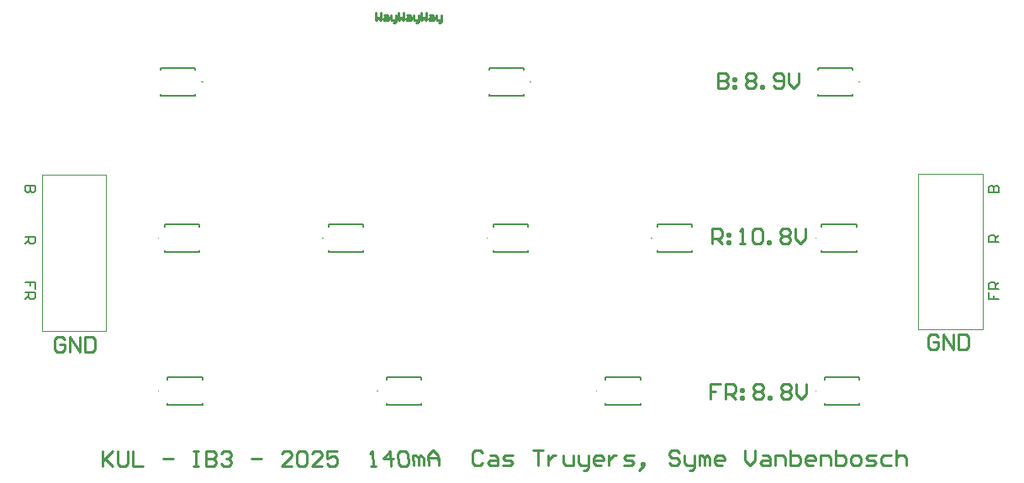
<source format=gto>
G04*
G04 #@! TF.GenerationSoftware,Altium Limited,Altium Designer,25.3.3 (18)*
G04*
G04 Layer_Color=65535*
%FSLAX44Y44*%
%MOMM*%
G71*
G04*
G04 #@! TF.SameCoordinates,1FD36998-6F79-4F76-A579-B8A6C8C858E4*
G04*
G04*
G04 #@! TF.FilePolarity,Positive*
G04*
G01*
G75*
%ADD10C,0.1000*%
%ADD11C,0.2000*%
%ADD12C,0.2540*%
D10*
X188596Y395000D02*
G03*
X189596Y395000I500J0D01*
G01*
D02*
G03*
X188596Y395000I-500J0D01*
G01*
X851416D02*
G03*
X850416Y395000I-500J0D01*
G01*
D02*
G03*
X851416Y395000I500J0D01*
G01*
X145630Y237160D02*
G03*
X144630Y237160I-500J0D01*
G01*
D02*
G03*
X145630Y237160I500J0D01*
G01*
Y83060D02*
G03*
X144630Y83060I-500J0D01*
G01*
D02*
G03*
X145630Y83060I500J0D01*
G01*
X311085Y237160D02*
G03*
X310085Y237160I-500J0D01*
G01*
D02*
G03*
X311085Y237160I500J0D01*
G01*
X366237Y83060D02*
G03*
X365237Y83060I-500J0D01*
G01*
D02*
G03*
X366237Y83060I500J0D01*
G01*
X519506Y395000D02*
G03*
X520506Y395000I500J0D01*
G01*
D02*
G03*
X519506Y395000I-500J0D01*
G01*
X476540Y237160D02*
G03*
X475540Y237160I-500J0D01*
G01*
D02*
G03*
X476540Y237160I500J0D01*
G01*
X586843Y83060D02*
G03*
X585843Y83060I-500J0D01*
G01*
D02*
G03*
X586843Y83060I500J0D01*
G01*
X641995Y237160D02*
G03*
X640995Y237160I-500J0D01*
G01*
D02*
G03*
X641995Y237160I500J0D01*
G01*
X807450D02*
G03*
X806450Y237160I-500J0D01*
G01*
D02*
G03*
X807450Y237160I500J0D01*
G01*
X807450Y83060D02*
G03*
X806450Y83060I-500J0D01*
G01*
D02*
G03*
X807450Y83060I500J0D01*
G01*
X27500Y144200D02*
X92500D01*
Y301200D01*
X27500D02*
X92500D01*
X27500Y144200D02*
Y301200D01*
X975000Y145500D02*
Y302500D01*
X910000Y145500D02*
X975000D01*
X910000D02*
Y302500D01*
X975000D01*
D11*
X147096Y407000D02*
Y409000D01*
X182096D01*
Y407000D02*
Y409000D01*
X147096Y381000D02*
Y383000D01*
Y381000D02*
X182096D01*
Y383000D01*
X843916Y381000D02*
Y383000D01*
X808916Y381000D02*
X843916D01*
X808916D02*
Y383000D01*
X843916Y407000D02*
Y409000D01*
X808916D02*
X843916D01*
X808916Y407000D02*
Y409000D01*
X186130Y249160D02*
Y251160D01*
X151130D02*
X186130D01*
X151130Y249160D02*
Y251160D01*
X186130Y223160D02*
Y225160D01*
X151130Y223160D02*
X186130D01*
X151130D02*
Y225160D01*
X189130Y69060D02*
Y71060D01*
X154130Y69060D02*
X189130D01*
X154130D02*
Y71060D01*
X189130Y95060D02*
Y97060D01*
X154130D02*
X189130D01*
X154130Y95060D02*
Y97060D01*
X351585Y249160D02*
Y251160D01*
X316585D02*
X351585D01*
X316585Y249160D02*
Y251160D01*
X351585Y223160D02*
Y225160D01*
X316585Y223160D02*
X351585D01*
X316585D02*
Y225160D01*
X409737Y69060D02*
Y71060D01*
X374737Y69060D02*
X409737D01*
X374737D02*
Y71060D01*
X409737Y95060D02*
Y97060D01*
X374737D02*
X409737D01*
X374737Y95060D02*
Y97060D01*
X478006Y407000D02*
Y409000D01*
X513006D01*
Y407000D02*
Y409000D01*
X478006Y381000D02*
Y383000D01*
Y381000D02*
X513006D01*
Y383000D01*
X517040Y249160D02*
Y251160D01*
X482040D02*
X517040D01*
X482040Y249160D02*
Y251160D01*
X517040Y223160D02*
Y225160D01*
X482040Y223160D02*
X517040D01*
X482040D02*
Y225160D01*
X630343Y69060D02*
Y71060D01*
X595343Y69060D02*
X630343D01*
X595343D02*
Y71060D01*
X630343Y95060D02*
Y97060D01*
X595343D02*
X630343D01*
X595343Y95060D02*
Y97060D01*
X682495Y249160D02*
Y251160D01*
X647495D02*
X682495D01*
X647495Y249160D02*
Y251160D01*
X682495Y223160D02*
Y225160D01*
X647495Y223160D02*
X682495D01*
X647495D02*
Y225160D01*
X847950Y249160D02*
Y251160D01*
X812950D02*
X847950D01*
X812950Y249160D02*
Y251160D01*
X847950Y223160D02*
Y225160D01*
X812950Y223160D02*
X847950D01*
X812950D02*
Y225160D01*
X850950Y69060D02*
Y71060D01*
X815950Y69060D02*
X850950D01*
X815950D02*
Y71060D01*
X850950Y95060D02*
Y97060D01*
X815950D02*
X850950D01*
X815950Y95060D02*
Y97060D01*
X20997Y290000D02*
X11000D01*
Y285002D01*
X12666Y283335D01*
X14332D01*
X15998Y285002D01*
Y290000D01*
Y285002D01*
X17665Y283335D01*
X19331D01*
X20997Y285002D01*
Y290000D01*
X11000Y239000D02*
X20997D01*
Y234002D01*
X19331Y232335D01*
X15998D01*
X14332Y234002D01*
Y239000D01*
Y235668D02*
X11000Y232335D01*
X20997Y186336D02*
Y193000D01*
X15998D01*
Y189668D01*
Y193000D01*
X11000D01*
Y183003D02*
X20997D01*
Y178005D01*
X19331Y176339D01*
X15998D01*
X14332Y178005D01*
Y183003D01*
Y179671D02*
X11000Y176339D01*
X981003Y182665D02*
Y176000D01*
X986002D01*
Y179332D01*
Y176000D01*
X991000D01*
Y185997D02*
X981003D01*
Y190995D01*
X982669Y192661D01*
X986002D01*
X987668Y190995D01*
Y185997D01*
Y189329D02*
X991000Y192661D01*
Y234000D02*
X981003D01*
Y238998D01*
X982669Y240665D01*
X986002D01*
X987668Y238998D01*
Y234000D01*
Y237332D02*
X991000Y240665D01*
X981003Y284000D02*
X991000D01*
Y288998D01*
X989334Y290665D01*
X987668D01*
X986002Y288998D01*
Y284000D01*
Y288998D01*
X984335Y290665D01*
X982669D01*
X981003Y288998D01*
Y284000D01*
D12*
X363540Y464697D02*
Y457079D01*
X366079Y459618D01*
X368618Y457079D01*
Y464697D01*
X372427Y462158D02*
X374966D01*
X376236Y460888D01*
Y457079D01*
X372427D01*
X371157Y458349D01*
X372427Y459618D01*
X376236D01*
X378775Y462158D02*
Y458349D01*
X380045Y457079D01*
X383853D01*
Y455810D01*
X382584Y454540D01*
X381314D01*
X383853Y457079D02*
Y462158D01*
X386393Y464697D02*
Y457079D01*
X388932Y459618D01*
X391471Y457079D01*
Y464697D01*
X395280Y462158D02*
X397819D01*
X399089Y460888D01*
Y457079D01*
X395280D01*
X394010Y458349D01*
X395280Y459618D01*
X399089D01*
X401628Y462158D02*
Y458349D01*
X402897Y457079D01*
X406706D01*
Y455810D01*
X405437Y454540D01*
X404167D01*
X406706Y457079D02*
Y462158D01*
X409245Y464697D02*
Y457079D01*
X411784Y459618D01*
X414324Y457079D01*
Y464697D01*
X418132Y462158D02*
X420672D01*
X421941Y460888D01*
Y457079D01*
X418132D01*
X416863Y458349D01*
X418132Y459618D01*
X421941D01*
X424480Y462158D02*
Y458349D01*
X425750Y457079D01*
X429559D01*
Y455810D01*
X428289Y454540D01*
X427020D01*
X429559Y457079D02*
Y462158D01*
X471697Y21314D02*
X469157Y23853D01*
X464079D01*
X461540Y21314D01*
Y11157D01*
X464079Y8618D01*
X469157D01*
X471697Y11157D01*
X479314Y18775D02*
X484393D01*
X486932Y16236D01*
Y8618D01*
X479314D01*
X476775Y11157D01*
X479314Y13697D01*
X486932D01*
X492010Y8618D02*
X499628D01*
X502167Y11157D01*
X499628Y13697D01*
X494549D01*
X492010Y16236D01*
X494549Y18775D01*
X502167D01*
X522480Y23853D02*
X532637D01*
X527559D01*
Y8618D01*
X537715Y18775D02*
Y8618D01*
Y13697D01*
X540255Y16236D01*
X542794Y18775D01*
X545333D01*
X552950D02*
Y11157D01*
X555490Y8618D01*
X563107D01*
Y18775D01*
X568186D02*
Y11157D01*
X570725Y8618D01*
X578342D01*
Y6079D01*
X575803Y3540D01*
X573264D01*
X578342Y8618D02*
Y18775D01*
X591038Y8618D02*
X585960D01*
X583421Y11157D01*
Y16236D01*
X585960Y18775D01*
X591038D01*
X593577Y16236D01*
Y13697D01*
X583421D01*
X598656Y18775D02*
Y8618D01*
Y13697D01*
X601195Y16236D01*
X603734Y18775D01*
X606273D01*
X613891Y8618D02*
X621508D01*
X624047Y11157D01*
X621508Y13697D01*
X616430D01*
X613891Y16236D01*
X616430Y18775D01*
X624047D01*
X631665Y6079D02*
X634204Y8618D01*
Y11157D01*
X631665D01*
Y8618D01*
X634204D01*
X631665Y6079D01*
X629126Y3540D01*
X669753Y21314D02*
X667214Y23853D01*
X662135D01*
X659596Y21314D01*
Y18775D01*
X662135Y16236D01*
X667214D01*
X669753Y13697D01*
Y11157D01*
X667214Y8618D01*
X662135D01*
X659596Y11157D01*
X674831Y18775D02*
Y11157D01*
X677370Y8618D01*
X684988D01*
Y6079D01*
X682449Y3540D01*
X679909D01*
X684988Y8618D02*
Y18775D01*
X690066Y8618D02*
Y18775D01*
X692605D01*
X695144Y16236D01*
Y8618D01*
Y16236D01*
X697684Y18775D01*
X700223Y16236D01*
Y8618D01*
X712919D02*
X707840D01*
X705301Y11157D01*
Y16236D01*
X707840Y18775D01*
X712919D01*
X715458Y16236D01*
Y13697D01*
X705301D01*
X735771Y23853D02*
Y13697D01*
X740850Y8618D01*
X745928Y13697D01*
Y23853D01*
X753546Y18775D02*
X758624D01*
X761163Y16236D01*
Y8618D01*
X753546D01*
X751006Y11157D01*
X753546Y13697D01*
X761163D01*
X766241Y8618D02*
Y18775D01*
X773859D01*
X776398Y16236D01*
Y8618D01*
X781477Y23853D02*
Y8618D01*
X789094D01*
X791633Y11157D01*
Y13697D01*
Y16236D01*
X789094Y18775D01*
X781477D01*
X804329Y8618D02*
X799251D01*
X796712Y11157D01*
Y16236D01*
X799251Y18775D01*
X804329D01*
X806868Y16236D01*
Y13697D01*
X796712D01*
X811947Y8618D02*
Y18775D01*
X819564D01*
X822103Y16236D01*
Y8618D01*
X827182Y23853D02*
Y8618D01*
X834799D01*
X837338Y11157D01*
Y13697D01*
Y16236D01*
X834799Y18775D01*
X827182D01*
X844956Y8618D02*
X850034D01*
X852573Y11157D01*
Y16236D01*
X850034Y18775D01*
X844956D01*
X842417Y16236D01*
Y11157D01*
X844956Y8618D01*
X857652D02*
X865269D01*
X867809Y11157D01*
X865269Y13697D01*
X860191D01*
X857652Y16236D01*
X860191Y18775D01*
X867809D01*
X883044D02*
X875426D01*
X872887Y16236D01*
Y11157D01*
X875426Y8618D01*
X883044D01*
X888122Y23853D02*
Y8618D01*
Y16236D01*
X890661Y18775D01*
X895740D01*
X898279Y16236D01*
Y8618D01*
X358512Y7568D02*
X363590Y7624D01*
X361051Y7596D01*
X360881Y22830D01*
X358371Y20263D01*
X378824Y7794D02*
X378655Y23028D01*
X371122Y15326D01*
X381278Y15439D01*
X386300Y20573D02*
X388811Y23141D01*
X393889Y23197D01*
X396456Y20686D01*
X396569Y10530D01*
X394058Y7963D01*
X388980Y7907D01*
X386413Y10417D01*
X386300Y20573D01*
X401675Y8048D02*
X401562Y18204D01*
X404101Y18232D01*
X406668Y15721D01*
X406753Y8104D01*
X406668Y15721D01*
X409179Y18288D01*
X411746Y15778D01*
X411831Y8160D01*
X416909Y8217D02*
X416796Y18373D01*
X421818Y23507D01*
X426952Y18486D01*
X427065Y8330D01*
X426981Y15947D01*
X416824Y15834D01*
X702540Y232040D02*
Y247275D01*
X710157D01*
X712697Y244736D01*
Y239657D01*
X710157Y237118D01*
X702540D01*
X707618D02*
X712697Y232040D01*
X717775Y242197D02*
X720314D01*
Y239657D01*
X717775D01*
Y242197D01*
Y234579D02*
X720314D01*
Y232040D01*
X717775D01*
Y234579D01*
X730471Y232040D02*
X735549D01*
X733010D01*
Y247275D01*
X730471Y244736D01*
X743167D02*
X745706Y247275D01*
X750784D01*
X753324Y244736D01*
Y234579D01*
X750784Y232040D01*
X745706D01*
X743167Y234579D01*
Y244736D01*
X758402Y232040D02*
Y234579D01*
X760941D01*
Y232040D01*
X758402D01*
X771098Y244736D02*
X773637Y247275D01*
X778715D01*
X781255Y244736D01*
Y242197D01*
X778715Y239657D01*
X781255Y237118D01*
Y234579D01*
X778715Y232040D01*
X773637D01*
X771098Y234579D01*
Y237118D01*
X773637Y239657D01*
X771098Y242197D01*
Y244736D01*
X773637Y239657D02*
X778715D01*
X786333Y247275D02*
Y237118D01*
X791411Y232040D01*
X796490Y237118D01*
Y247275D01*
X711427Y90775D02*
X701270D01*
Y83158D01*
X706349D01*
X701270D01*
Y75540D01*
X716506D02*
Y90775D01*
X724123D01*
X726662Y88236D01*
Y83158D01*
X724123Y80618D01*
X716506D01*
X721584D02*
X726662Y75540D01*
X731740Y85697D02*
X734280D01*
Y83158D01*
X731740D01*
Y85697D01*
Y78079D02*
X734280D01*
Y75540D01*
X731740D01*
Y78079D01*
X744436Y88236D02*
X746976Y90775D01*
X752054D01*
X754593Y88236D01*
Y85697D01*
X752054Y83158D01*
X754593Y80618D01*
Y78079D01*
X752054Y75540D01*
X746976D01*
X744436Y78079D01*
Y80618D01*
X746976Y83158D01*
X744436Y85697D01*
Y88236D01*
X746976Y83158D02*
X752054D01*
X759671Y75540D02*
Y78079D01*
X762211D01*
Y75540D01*
X759671D01*
X772367Y88236D02*
X774907Y90775D01*
X779985D01*
X782524Y88236D01*
Y85697D01*
X779985Y83158D01*
X782524Y80618D01*
Y78079D01*
X779985Y75540D01*
X774907D01*
X772367Y78079D01*
Y80618D01*
X774907Y83158D01*
X772367Y85697D01*
Y88236D01*
X774907Y83158D02*
X779985D01*
X787602Y90775D02*
Y80618D01*
X792681Y75540D01*
X797759Y80618D01*
Y90775D01*
X88540Y22775D02*
Y7540D01*
Y12618D01*
X98697Y22775D01*
X91079Y15158D01*
X98697Y7540D01*
X103775Y22775D02*
Y10079D01*
X106314Y7540D01*
X111393D01*
X113932Y10079D01*
Y22775D01*
X119010D02*
Y7540D01*
X129167D01*
X149480Y15158D02*
X159637D01*
X179950Y22775D02*
X185029D01*
X182490D01*
Y7540D01*
X179950D01*
X185029D01*
X192646Y22775D02*
Y7540D01*
X200264D01*
X202803Y10079D01*
Y12618D01*
X200264Y15158D01*
X192646D01*
X200264D01*
X202803Y17697D01*
Y20236D01*
X200264Y22775D01*
X192646D01*
X207881Y20236D02*
X210421Y22775D01*
X215499D01*
X218038Y20236D01*
Y17697D01*
X215499Y15158D01*
X212960D01*
X215499D01*
X218038Y12618D01*
Y10079D01*
X215499Y7540D01*
X210421D01*
X207881Y10079D01*
X238351Y15158D02*
X248508D01*
X278978Y7540D02*
X268822D01*
X278978Y17697D01*
Y20236D01*
X276439Y22775D01*
X271361D01*
X268822Y20236D01*
X284057D02*
X286596Y22775D01*
X291674D01*
X294214Y20236D01*
Y10079D01*
X291674Y7540D01*
X286596D01*
X284057Y10079D01*
Y20236D01*
X309449Y7540D02*
X299292D01*
X309449Y17697D01*
Y20236D01*
X306909Y22775D01*
X301831D01*
X299292Y20236D01*
X324684Y22775D02*
X314527D01*
Y15158D01*
X319605Y17697D01*
X322144D01*
X324684Y15158D01*
Y10079D01*
X322144Y7540D01*
X317066D01*
X314527Y10079D01*
X708888Y403775D02*
Y388540D01*
X716506D01*
X719045Y391079D01*
Y393618D01*
X716506Y396157D01*
X708888D01*
X716506D01*
X719045Y398697D01*
Y401236D01*
X716506Y403775D01*
X708888D01*
X724123Y398697D02*
X726662D01*
Y396157D01*
X724123D01*
Y398697D01*
Y391079D02*
X726662D01*
Y388540D01*
X724123D01*
Y391079D01*
X736819Y401236D02*
X739358Y403775D01*
X744436D01*
X746976Y401236D01*
Y398697D01*
X744436Y396157D01*
X746976Y393618D01*
Y391079D01*
X744436Y388540D01*
X739358D01*
X736819Y391079D01*
Y393618D01*
X739358Y396157D01*
X736819Y398697D01*
Y401236D01*
X739358Y396157D02*
X744436D01*
X752054Y388540D02*
Y391079D01*
X754593D01*
Y388540D01*
X752054D01*
X764750Y391079D02*
X767289Y388540D01*
X772367D01*
X774907Y391079D01*
Y401236D01*
X772367Y403775D01*
X767289D01*
X764750Y401236D01*
Y398697D01*
X767289Y396157D01*
X774907D01*
X779985Y403775D02*
Y393618D01*
X785063Y388540D01*
X790142Y393618D01*
Y403775D01*
X50697Y135236D02*
X48158Y137775D01*
X43079D01*
X40540Y135236D01*
Y125079D01*
X43079Y122540D01*
X48158D01*
X50697Y125079D01*
Y130157D01*
X45618D01*
X55775Y122540D02*
Y137775D01*
X65932Y122540D01*
Y137775D01*
X71010D02*
Y122540D01*
X78628D01*
X81167Y125079D01*
Y135236D01*
X78628Y137775D01*
X71010D01*
X930197Y137736D02*
X927657Y140275D01*
X922579D01*
X920040Y137736D01*
Y127579D01*
X922579Y125040D01*
X927657D01*
X930197Y127579D01*
Y132657D01*
X925118D01*
X935275Y125040D02*
Y140275D01*
X945432Y125040D01*
Y140275D01*
X950510D02*
Y125040D01*
X958128D01*
X960667Y127579D01*
Y137736D01*
X958128Y140275D01*
X950510D01*
M02*

</source>
